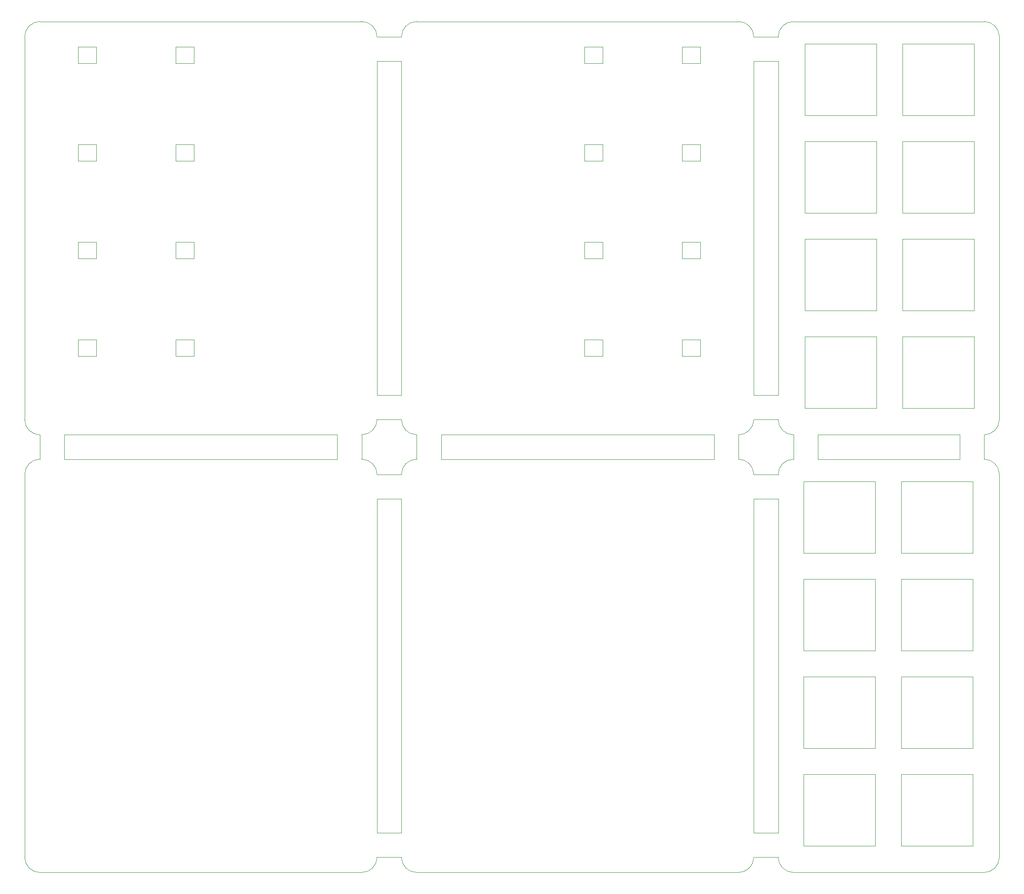
<source format=gbr>
G04 #@! TF.GenerationSoftware,KiCad,Pcbnew,(5.1.12)-1*
G04 #@! TF.CreationDate,2022-04-07T22:39:11+09:00*
G04 #@! TF.ProjectId,chervil8or,63686572-7669-46c3-986f-722e6b696361,rev?*
G04 #@! TF.SameCoordinates,Original*
G04 #@! TF.FileFunction,Profile,NP*
%FSLAX46Y46*%
G04 Gerber Fmt 4.6, Leading zero omitted, Abs format (unit mm)*
G04 Created by KiCad (PCBNEW (5.1.12)-1) date 2022-04-07 22:39:11*
%MOMM*%
%LPD*%
G01*
G04 APERTURE LIST*
G04 #@! TA.AperFunction,Profile*
%ADD10C,0.100000*%
G04 #@! TD*
G04 #@! TA.AperFunction,Profile*
%ADD11C,0.120000*%
G04 #@! TD*
G04 APERTURE END LIST*
D10*
X-9227336Y-74116344D02*
X-9227336Y-69353848D01*
X-4464840Y-74116344D02*
X-4464840Y-69353848D01*
X170259232Y-74116344D02*
X170259232Y-69353848D01*
X175021728Y-74116344D02*
X175021728Y-69353848D01*
X130075672Y-147042064D02*
X134838168Y-147042064D01*
X130075672Y-151804560D02*
X134838168Y-151804560D01*
X130075672Y8334368D02*
X134838168Y8334368D01*
X130075672Y3571872D02*
X134838168Y3571872D01*
X130075672Y-77092904D02*
X134838168Y-77092904D01*
X130075672Y-81855400D02*
X134838168Y-81855400D01*
X130075672Y-61614792D02*
X134838168Y-61614792D01*
X130075672Y-66377288D02*
X134838168Y-66377288D01*
X137814728Y-74116344D02*
X137814728Y-69353848D01*
X142577224Y-74116344D02*
X142577224Y-69353848D01*
X122336616Y-74116344D02*
X122336616Y-69353848D01*
X127099112Y-74116344D02*
X127099112Y-69353848D01*
X64293696Y-74116344D02*
X64293696Y-69353848D01*
X69056192Y-74116344D02*
X69056192Y-69353848D01*
X48815584Y-74116344D02*
X48815584Y-69353848D01*
X53578080Y-74116344D02*
X53578080Y-69353848D01*
X158799476Y-149572140D02*
X158799476Y-135582308D01*
X172789308Y-149572140D02*
X158799476Y-149572140D01*
X172789308Y-135582308D02*
X172789308Y-149572140D01*
X158799476Y-135582308D02*
X172789308Y-135582308D01*
X139749492Y-135582308D02*
X153739324Y-135582308D01*
X139749492Y-149572140D02*
X139749492Y-135582308D01*
X153739324Y-149572140D02*
X139749492Y-149572140D01*
X153739324Y-135582308D02*
X153739324Y-149572140D01*
X139749492Y-116532324D02*
X153739324Y-116532324D01*
X139749492Y-130522156D02*
X139749492Y-116532324D01*
X153739324Y-130522156D02*
X139749492Y-130522156D01*
X153739324Y-116532324D02*
X153739324Y-130522156D01*
X158799476Y-130522156D02*
X158799476Y-116532324D01*
X172789308Y-130522156D02*
X158799476Y-130522156D01*
X172789308Y-116532324D02*
X172789308Y-130522156D01*
X158799476Y-116532324D02*
X172789308Y-116532324D01*
X139749492Y-97482340D02*
X153739324Y-97482340D01*
X139749492Y-111472172D02*
X139749492Y-97482340D01*
X153739324Y-111472172D02*
X139749492Y-111472172D01*
X153739324Y-97482340D02*
X153739324Y-111472172D01*
X158799476Y-111472172D02*
X158799476Y-97482340D01*
X172789308Y-111472172D02*
X158799476Y-111472172D01*
X172789308Y-97482340D02*
X172789308Y-111472172D01*
X158799476Y-97482340D02*
X172789308Y-97482340D01*
X158799476Y-92422188D02*
X158799476Y-78432356D01*
X172789308Y-92422188D02*
X158799476Y-92422188D01*
X172789308Y-78432356D02*
X172789308Y-92422188D01*
X158799476Y-78432356D02*
X172789308Y-78432356D01*
X139749492Y-92422188D02*
X139749492Y-78432356D01*
X153739324Y-92422188D02*
X139749492Y-92422188D01*
X153739324Y-78432356D02*
X153739324Y-92422188D01*
X139749492Y-78432356D02*
X153739324Y-78432356D01*
X140047148Y-6994916D02*
X154036980Y-6994916D01*
X140047148Y6994916D02*
X140047148Y-6994916D01*
X154036980Y6994916D02*
X140047148Y6994916D01*
X154036980Y-6994916D02*
X154036980Y6994916D01*
X159097132Y6994916D02*
X159097132Y-6994916D01*
X173086964Y6994916D02*
X159097132Y6994916D01*
X173086964Y-6994916D02*
X173086964Y6994916D01*
X159097132Y-6994916D02*
X173086964Y-6994916D01*
X159097132Y-12055068D02*
X159097132Y-26044900D01*
X173086964Y-12055068D02*
X159097132Y-12055068D01*
X173086964Y-26044900D02*
X173086964Y-12055068D01*
X159097132Y-26044900D02*
X173086964Y-26044900D01*
X140047148Y-26044900D02*
X154036980Y-26044900D01*
X140047148Y-12055068D02*
X140047148Y-26044900D01*
X154036980Y-12055068D02*
X140047148Y-12055068D01*
X154036980Y-26044900D02*
X154036980Y-12055068D01*
X140047148Y-45094884D02*
X154036980Y-45094884D01*
X140047148Y-31105052D02*
X140047148Y-45094884D01*
X154036980Y-31105052D02*
X140047148Y-31105052D01*
X154036980Y-45094884D02*
X154036980Y-31105052D01*
X159097132Y-31105052D02*
X159097132Y-45094884D01*
X173086964Y-31105052D02*
X159097132Y-31105052D01*
X173086964Y-45094884D02*
X173086964Y-31105052D01*
X159097132Y-45094884D02*
X173086964Y-45094884D01*
X159097132Y-50155036D02*
X159097132Y-64144868D01*
X173086964Y-50155036D02*
X159097132Y-50155036D01*
X173086964Y-64144868D02*
X173086964Y-50155036D01*
X159097132Y-64144868D02*
X173086964Y-64144868D01*
X140047148Y-64144868D02*
X154036980Y-64144868D01*
X140047148Y-50155036D02*
X140047148Y-64144868D01*
X154036980Y-50155036D02*
X140047148Y-50155036D01*
X154036980Y-64144868D02*
X154036980Y-50155036D01*
X175021728Y11310928D02*
X137814728Y11310928D01*
X142577224Y-74116344D02*
X170259232Y-74116344D01*
X175021728Y-154781120D02*
X137814728Y-154781120D01*
X170259232Y-69353848D02*
X142577224Y-69353848D01*
X134838168Y-77092904D02*
G75*
G02*
X137814728Y-74116344I2976560J0D01*
G01*
X137814728Y-154781120D02*
G75*
G02*
X134838168Y-151804560I0J2976560D01*
G01*
X177998288Y-66377288D02*
G75*
G02*
X175021728Y-69353848I-2976560J0D01*
G01*
X175021728Y11310928D02*
G75*
G02*
X177998288Y8334368I0J-2976560D01*
G01*
X134838168Y-147042064D02*
X134838168Y-81855400D01*
X177998288Y8334368D02*
X177998288Y-66377288D01*
X177998288Y-77092904D02*
X177998288Y-151804560D01*
X177998288Y-151804560D02*
G75*
G02*
X175021728Y-154781120I-2976560J0D01*
G01*
X137814728Y-69353848D02*
G75*
G02*
X134838168Y-66377288I0J2976560D01*
G01*
X175021728Y-74116344D02*
G75*
G02*
X177998288Y-77092904I0J-2976560D01*
G01*
X134838168Y8334368D02*
G75*
G02*
X137814728Y11310928I2976560J0D01*
G01*
X134838168Y-61614792D02*
X134838168Y3571872D01*
X130075672Y-81855400D02*
X130075672Y-147042064D01*
X56554640Y-81855400D02*
X56554640Y-147042064D01*
X61317136Y-147042064D02*
X61317136Y-81855400D01*
X-9227336Y-154781120D02*
X53578080Y-154781120D01*
X64293696Y-154781120D02*
G75*
G02*
X61317136Y-151804560I0J2976560D01*
G01*
X130075672Y-151804560D02*
G75*
G02*
X127099112Y-154781120I-2976560J0D01*
G01*
X-9227336Y-154781120D02*
G75*
G02*
X-12203896Y-151804560I0J2976560D01*
G01*
X69056192Y-74116344D02*
X122336616Y-74116344D01*
X127099112Y-74116344D02*
G75*
G02*
X130075672Y-77092904I0J-2976560D01*
G01*
X64293696Y-154781120D02*
X127099112Y-154781120D01*
X53578080Y-74116344D02*
G75*
G02*
X56554640Y-77092904I0J-2976560D01*
G01*
X61317136Y-77092904D02*
G75*
G02*
X64293696Y-74116344I2976560J0D01*
G01*
X56554640Y-151804560D02*
G75*
G02*
X53578080Y-154781120I-2976560J0D01*
G01*
X-12203896Y-77092904D02*
G75*
G02*
X-9227336Y-74116344I2976560J0D01*
G01*
X-12203896Y-151804560D02*
X-12203896Y-77092904D01*
X-4464840Y-74116344D02*
X48815584Y-74116344D01*
X56554640Y-147042064D02*
X61317136Y-147042064D01*
X56554640Y-77092904D02*
X61317136Y-77092904D01*
X56554640Y-151804560D02*
X61317136Y-151804560D01*
X56554640Y-81855400D02*
X61317136Y-81855400D01*
X56554640Y-61614792D02*
X61317136Y-61614792D01*
X56554640Y-66377288D02*
X61317136Y-66377288D01*
X56554640Y3571872D02*
X61317136Y3571872D01*
X56554640Y8334368D02*
X61317136Y8334368D01*
X61317136Y8334368D02*
G75*
G02*
X64293696Y11310928I2976560J0D01*
G01*
X127099112Y11310928D02*
G75*
G02*
X130075672Y8334368I0J-2976560D01*
G01*
X130075672Y-66377288D02*
G75*
G02*
X127099112Y-69353848I-2976560J0D01*
G01*
X64293696Y-69353848D02*
G75*
G02*
X61317136Y-66377288I0J2976560D01*
G01*
X56554640Y-66377288D02*
G75*
G02*
X53578080Y-69353848I-2976560J0D01*
G01*
X-9227336Y-69353848D02*
G75*
G02*
X-12203896Y-66377288I0J2976560D01*
G01*
X-12203896Y8334368D02*
G75*
G02*
X-9227336Y11310928I2976560J0D01*
G01*
X53578080Y11310928D02*
G75*
G02*
X56554640Y8334368I0J-2976560D01*
G01*
X130075672Y3571872D02*
X130075672Y-61614792D01*
X69056192Y-69353848D02*
X122336616Y-69353848D01*
X61317136Y-61614792D02*
X61317136Y3571872D01*
X64293696Y11310928D02*
X127099112Y11310928D01*
X-9227336Y11310928D02*
X53578080Y11310928D01*
X-12203896Y-66377288D02*
X-12203896Y8334368D01*
X-4464840Y-69353848D02*
X48815584Y-69353848D01*
X56554640Y3571872D02*
X56554640Y-61614792D01*
D11*
X97071900Y6362500D02*
X100571900Y6362500D01*
X97071900Y3162500D02*
X97071900Y6362500D01*
X100571900Y3162500D02*
X97071900Y3162500D01*
X100571900Y6362500D02*
X100571900Y3162500D01*
X97071900Y-12687500D02*
X100571900Y-12687500D01*
X97071900Y-15887500D02*
X97071900Y-12687500D01*
X100571900Y-15887500D02*
X97071900Y-15887500D01*
X100571900Y-12687500D02*
X100571900Y-15887500D01*
X97071900Y-31737500D02*
X100571900Y-31737500D01*
X97071900Y-34937500D02*
X97071900Y-31737500D01*
X100571900Y-34937500D02*
X97071900Y-34937500D01*
X100571900Y-31737500D02*
X100571900Y-34937500D01*
X97071900Y-50787500D02*
X100571900Y-50787500D01*
X97071900Y-53987500D02*
X97071900Y-50787500D01*
X100571900Y-53987500D02*
X97071900Y-53987500D01*
X100571900Y-50787500D02*
X100571900Y-53987500D01*
X116122000Y-50787500D02*
X119622000Y-50787500D01*
X116122000Y-53987500D02*
X116122000Y-50787500D01*
X119622000Y-53987500D02*
X116122000Y-53987500D01*
X119622000Y-50787500D02*
X119622000Y-53987500D01*
X116122000Y-31737500D02*
X119622000Y-31737500D01*
X116122000Y-34937500D02*
X116122000Y-31737500D01*
X119622000Y-34937500D02*
X116122000Y-34937500D01*
X119622000Y-31737500D02*
X119622000Y-34937500D01*
X116122000Y-12687500D02*
X119622000Y-12687500D01*
X116122000Y-15887500D02*
X116122000Y-12687500D01*
X119622000Y-15887500D02*
X116122000Y-15887500D01*
X119622000Y-12687500D02*
X119622000Y-15887500D01*
X116122000Y6362500D02*
X119622000Y6362500D01*
X116122000Y3162500D02*
X116122000Y6362500D01*
X119622000Y3162500D02*
X116122000Y3162500D01*
X119622000Y6362500D02*
X119622000Y3162500D01*
X-1750000Y6362500D02*
X1750000Y6362500D01*
X-1750000Y3162500D02*
X-1750000Y6362500D01*
X1750000Y3162500D02*
X-1750000Y3162500D01*
X1750000Y6362500D02*
X1750000Y3162500D01*
X-1750000Y-12687500D02*
X1750000Y-12687500D01*
X-1750000Y-15887500D02*
X-1750000Y-12687500D01*
X1750000Y-15887500D02*
X-1750000Y-15887500D01*
X1750000Y-12687500D02*
X1750000Y-15887500D01*
X-1750000Y-31737500D02*
X1750000Y-31737500D01*
X-1750000Y-34937500D02*
X-1750000Y-31737500D01*
X1750000Y-34937500D02*
X-1750000Y-34937500D01*
X1750000Y-31737500D02*
X1750000Y-34937500D01*
X-1750000Y-50787500D02*
X1750000Y-50787500D01*
X-1750000Y-53987500D02*
X-1750000Y-50787500D01*
X1750000Y-53987500D02*
X-1750000Y-53987500D01*
X1750000Y-50787500D02*
X1750000Y-53987500D01*
X17300000Y-50787500D02*
X20800000Y-50787500D01*
X17300000Y-53987500D02*
X17300000Y-50787500D01*
X20800000Y-53987500D02*
X17300000Y-53987500D01*
X20800000Y-50787500D02*
X20800000Y-53987500D01*
X17300000Y-31737500D02*
X20800000Y-31737500D01*
X17300000Y-34937500D02*
X17300000Y-31737500D01*
X20800000Y-34937500D02*
X17300000Y-34937500D01*
X20800000Y-31737500D02*
X20800000Y-34937500D01*
X17300000Y-12687500D02*
X20800000Y-12687500D01*
X17300000Y-15887500D02*
X17300000Y-12687500D01*
X20800000Y-15887500D02*
X17300000Y-15887500D01*
X20800000Y-12687500D02*
X20800000Y-15887500D01*
X17300000Y6362500D02*
X20800000Y6362500D01*
X17300000Y3162500D02*
X17300000Y6362500D01*
X20800000Y3162500D02*
X17300000Y3162500D01*
X20800000Y6362500D02*
X20800000Y3162500D01*
M02*

</source>
